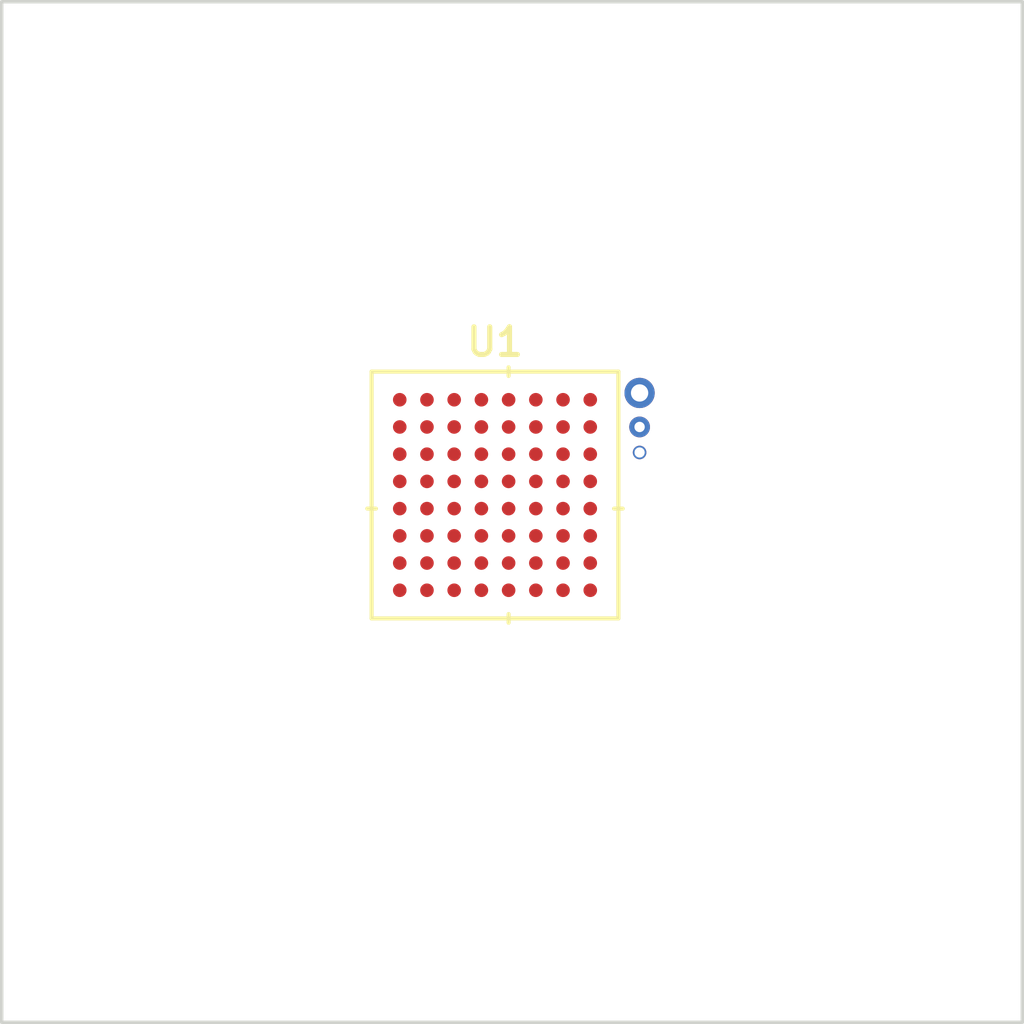
<source format=kicad_pcb>
(kicad_pcb (version 20211014) (generator pcbnew)
  (layers (0 "F.Cu" signal) (31 "B.Cu" signal) (34 "B.Paste" user) (35 "F.Paste" user) (36 "B.SilkS" user "B.Silkscreen") (37 "F.SilkS" user "F.Silkscreen") (38 "B.Mask" user) (39 "F.Mask" user) (44 "Edge.Cuts" user))
  (net 0 "")
  (net 1 "GND")
  (footprint "footprints:AD4630-24BBCZ" (layer "F.Cu") (at 144.5 94.5)
    (fp_text reference "U1" (at -0.00001 -4.500002) (layer "F.SilkS") (effects (font (size 0.8128 0.8128))))
    (fp_text value "AD4630-24BBCZ" hide)
    (fp_line (start -3.627001 -3.627001) (end -3.627001 3.627001) (layer "F.SilkS") (width 0.12))
    (fp_line (start 0.40005 3.499999) (end 0.40005 3.753999) (layer "F.SilkS") (width 0.12))
    (fp_line (start 3.627001 -3.627001) (end -3.627001 -3.627001) (layer "F.SilkS") (width 0.12))
    (fp_line (start -3.499999 0.40005) (end -3.753999 0.40005) (layer "F.SilkS") (width 0.12))
    (fp_line (start 3.499999 0.40005) (end 3.753999 0.40005) (layer "F.SilkS") (width 0.12))
    (fp_line (start -3.627001 3.627001) (end 3.627001 3.627001) (layer "F.SilkS") (width 0.12))
    (fp_line (start 0.40005 -3.499999) (end 0.40005 -3.753999) (layer "F.SilkS") (width 0.12))
    (fp_line (start 3.627001 3.627001) (end 3.627001 -3.627001) (layer "F.SilkS") (width 0.12))
    (pad "A1" smd circle (at -2.8 -2.8) (size 0.4 0.4) (layers "F.Cu" "F.Paste" "F.Mask") (net 1 "GND"))
    (pad "A2" smd circle (at -2 -2.8) (size 0.4 0.4) (layers "F.Cu" "F.Paste" "F.Mask"))
    (pad "A3" smd circle (at -1.2 -2.8) (size 0.4 0.4) (layers "F.Cu" "F.Paste" "F.Mask"))
    (pad "A4" smd circle (at -0.4 -2.8) (size 0.4 0.4) (layers "F.Cu" "F.Paste" "F.Mask") (net 1 "GND"))
    (pad "A5" smd circle (at 0.4 -2.8) (size 0.4 0.4) (layers "F.Cu" "F.Paste" "F.Mask") (net 1 "GND"))
    (pad "A6" smd circle (at 1.2 -2.8) (size 0.4 0.4) (layers "F.Cu" "F.Paste" "F.Mask"))
    (pad "A7" smd circle (at 2 -2.8) (size 0.4 0.4) (layers "F.Cu" "F.Paste" "F.Mask"))
    (pad "A8" smd circle (at 2.8 -2.8) (size 0.4 0.4) (layers "F.Cu" "F.Paste" "F.Mask"))
    (pad "B1" smd circle (at -2.8 -2) (size 0.4 0.4) (layers "F.Cu" "F.Paste" "F.Mask"))
    (pad "B2" smd circle (at -2 -2) (size 0.4 0.4) (layers "F.Cu" "F.Paste" "F.Mask") (net 1 "GND"))
    (pad "B3" smd circle (at -1.2 -2) (size 0.4 0.4) (layers "F.Cu" "F.Paste" "F.Mask"))
    (pad "B4" smd circle (at -0.4 -2) (size 0.4 0.4) (layers "F.Cu" "F.Paste" "F.Mask") (net 1 "GND"))
    (pad "B5" smd circle (at 0.4 -2) (size 0.4 0.4) (layers "F.Cu" "F.Paste" "F.Mask") (net 1 "GND"))
    (pad "B6" smd circle (at 1.2 -2) (size 0.4 0.4) (layers "F.Cu" "F.Paste" "F.Mask") (net 1 "GND"))
    (pad "B7" smd circle (at 2 -2) (size 0.4 0.4) (layers "F.Cu" "F.Paste" "F.Mask") (net 1 "GND"))
    (pad "B8" smd circle (at 2.8 -2) (size 0.4 0.4) (layers "F.Cu" "F.Paste" "F.Mask"))
    (pad "C1" smd circle (at -2.8 -1.2) (size 0.4 0.4) (layers "F.Cu" "F.Paste" "F.Mask"))
    (pad "C2" smd circle (at -2 -1.2) (size 0.4 0.4) (layers "F.Cu" "F.Paste" "F.Mask") (net 1 "GND"))
    (pad "C3" smd circle (at -1.2 -1.2) (size 0.4 0.4) (layers "F.Cu" "F.Paste" "F.Mask") (net 1 "GND"))
    (pad "C4" smd circle (at -0.4 -1.2) (size 0.4 0.4) (layers "F.Cu" "F.Paste" "F.Mask") (net 1 "GND"))
    (pad "C5" smd circle (at 0.4 -1.2) (size 0.4 0.4) (layers "F.Cu" "F.Paste" "F.Mask") (net 1 "GND"))
    (pad "C6" smd circle (at 1.2 -1.2) (size 0.4 0.4) (layers "F.Cu" "F.Paste" "F.Mask") (net 1 "GND"))
    (pad "C7" smd circle (at 2 -1.2) (size 0.4 0.4) (layers "F.Cu" "F.Paste" "F.Mask"))
    (pad "C8" smd circle (at 2.8 -1.2) (size 0.4 0.4) (layers "F.Cu" "F.Paste" "F.Mask"))
    (pad "D1" smd circle (at -2.8 -0.4) (size 0.4 0.4) (layers "F.Cu" "F.Paste" "F.Mask") (net 1 "GND"))
    (pad "D2" smd circle (at -2 -0.4) (size 0.4 0.4) (layers "F.Cu" "F.Paste" "F.Mask"))
    (pad "D3" smd circle (at -1.2 -0.4) (size 0.4 0.4) (layers "F.Cu" "F.Paste" "F.Mask"))
    (pad "D4" smd circle (at -0.4 -0.4) (size 0.4 0.4) (layers "F.Cu" "F.Paste" "F.Mask") (net 1 "GND"))
    (pad "D5" smd circle (at 0.4 -0.4) (size 0.4 0.4) (layers "F.Cu" "F.Paste" "F.Mask") (net 1 "GND"))
    (pad "D6" smd circle (at 1.2 -0.4) (size 0.4 0.4) (layers "F.Cu" "F.Paste" "F.Mask") (net 1 "GND"))
    (pad "D7" smd circle (at 2 -0.4) (size 0.4 0.4) (layers "F.Cu" "F.Paste" "F.Mask"))
    (pad "D8" smd circle (at 2.8 -0.4) (size 0.4 0.4) (layers "F.Cu" "F.Paste" "F.Mask"))
    (pad "E1" smd circle (at -2.8 0.4) (size 0.4 0.4) (layers "F.Cu" "F.Paste" "F.Mask") (net 1 "GND"))
    (pad "E2" smd circle (at -2 0.4) (size 0.4 0.4) (layers "F.Cu" "F.Paste" "F.Mask"))
    (pad "E3" smd circle (at -1.2 0.4) (size 0.4 0.4) (layers "F.Cu" "F.Paste" "F.Mask"))
    (pad "E4" smd circle (at -0.4 0.4) (size 0.4 0.4) (layers "F.Cu" "F.Paste" "F.Mask") (net 1 "GND"))
    (pad "E5" smd circle (at 0.4 0.4) (size 0.4 0.4) (layers "F.Cu" "F.Paste" "F.Mask") (net 1 "GND"))
    (pad "E6" smd circle (at 1.2 0.4) (size 0.4 0.4) (layers "F.Cu" "F.Paste" "F.Mask") (net 1 "GND"))
    (pad "E7" smd circle (at 2 0.4) (size 0.4 0.4) (layers "F.Cu" "F.Paste" "F.Mask") (net 1 "GND"))
    (pad "E8" smd circle (at 2.8 0.4) (size 0.4 0.4) (layers "F.Cu" "F.Paste" "F.Mask"))
    (pad "F1" smd circle (at -2.8 1.2) (size 0.4 0.4) (layers "F.Cu" "F.Paste" "F.Mask"))
    (pad "F2" smd circle (at -2 1.2) (size 0.4 0.4) (layers "F.Cu" "F.Paste" "F.Mask") (net 1 "GND"))
    (pad "F3" smd circle (at -1.2 1.2) (size 0.4 0.4) (layers "F.Cu" "F.Paste" "F.Mask") (net 1 "GND"))
    (pad "F4" smd circle (at -0.4 1.2) (size 0.4 0.4) (layers "F.Cu" "F.Paste" "F.Mask") (net 1 "GND"))
    (pad "F5" smd circle (at 0.4 1.2) (size 0.4 0.4) (layers "F.Cu" "F.Paste" "F.Mask") (net 1 "GND"))
    (pad "F6" smd circle (at 1.2 1.2) (size 0.4 0.4) (layers "F.Cu" "F.Paste" "F.Mask") (net 1 "GND"))
    (pad "F7" smd circle (at 2 1.2) (size 0.4 0.4) (layers "F.Cu" "F.Paste" "F.Mask"))
    (pad "F8" smd circle (at 2.8 1.2) (size 0.4 0.4) (layers "F.Cu" "F.Paste" "F.Mask"))
    (pad "G1" smd circle (at -2.8 2) (size 0.4 0.4) (layers "F.Cu" "F.Paste" "F.Mask"))
    (pad "G2" smd circle (at -2 2) (size 0.4 0.4) (layers "F.Cu" "F.Paste" "F.Mask") (net 1 "GND"))
    (pad "G3" smd circle (at -1.2 2) (size 0.4 0.4) (layers "F.Cu" "F.Paste" "F.Mask"))
    (pad "G4" smd circle (at -0.4 2) (size 0.4 0.4) (layers "F.Cu" "F.Paste" "F.Mask") (net 1 "GND"))
    (pad "G5" smd circle (at 0.4 2) (size 0.4 0.4) (layers "F.Cu" "F.Paste" "F.Mask") (net 1 "GND"))
    (pad "G6" smd circle (at 1.2 2) (size 0.4 0.4) (layers "F.Cu" "F.Paste" "F.Mask") (net 1 "GND"))
    (pad "G7" smd circle (at 2 2) (size 0.4 0.4) (layers "F.Cu" "F.Paste" "F.Mask"))
    (pad "G8" smd circle (at 2.8 2) (size 0.4 0.4) (layers "F.Cu" "F.Paste" "F.Mask"))
    (pad "H1" smd circle (at -2.8 2.8) (size 0.4 0.4) (layers "F.Cu" "F.Paste" "F.Mask") (net 1 "GND"))
    (pad "H2" smd circle (at -2 2.8) (size 0.4 0.4) (layers "F.Cu" "F.Paste" "F.Mask") (net 1 "GND"))
    (pad "H3" smd circle (at -1.2 2.8) (size 0.4 0.4) (layers "F.Cu" "F.Paste" "F.Mask"))
    (pad "H4" smd circle (at -0.4 2.8) (size 0.4 0.4) (layers "F.Cu" "F.Paste" "F.Mask") (net 1 "GND"))
    (pad "H5" smd circle (at 0.4 2.8) (size 0.4 0.4) (layers "F.Cu" "F.Paste" "F.Mask"))
    (pad "H6" smd circle (at 1.2 2.8) (size 0.4 0.4) (layers "F.Cu" "F.Paste" "F.Mask"))
    (pad "H7" smd circle (at 2 2.8) (size 0.4 0.4) (layers "F.Cu" "F.Paste" "F.Mask"))
    (pad "H8" smd circle (at 2.8 2.8) (size 0.4 0.4) (layers "F.Cu" "F.Paste" "F.Mask") (net 1 "GND"))
  )
  (gr_rect (start 130 80) (end 160 110) (layer "Edge.Cuts") (width 0.1) (fill none))
  (via (at 148.75 91.5) (size 0.889) (drill 0.508) (layers "F.Cu" "B.Cu") (net 0))
  (via (at 148.75 93.25) (size 0.4) (drill 0.3) (layers "F.Cu" "B.Cu") (net 0))
  (via (at 148.75 92.5) (size 0.6096) (drill 0.3048) (layers "F.Cu" "B.Cu") (net 0))
)
</source>
